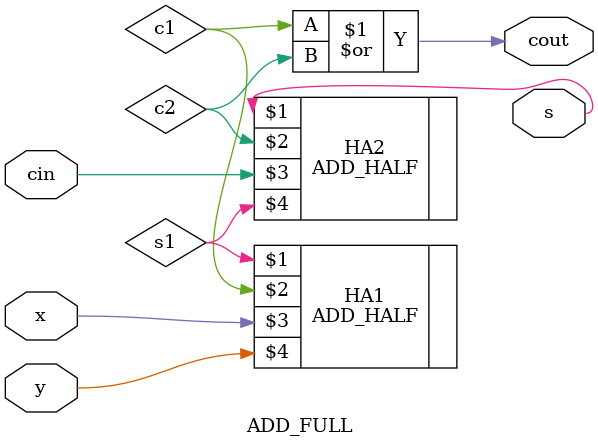
<source format=v>
module ADD_FULL (s,cout,x,y,cin);
output s,cout;
input x,y,cin;
//internal nodes also declared as wires
wire cin,x,y,s,cout,s1,c1,c2;
ADD_HALF HA1(s1,c1,x,y);
ADD_HALF HA2(s,c2,cin,s1);
or (cout,c1,c2);
endmodule


</source>
